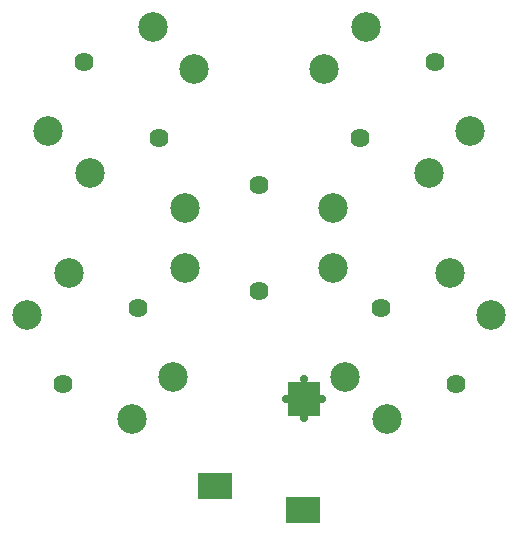
<source format=gts>
G04*
G04 #@! TF.GenerationSoftware,Altium Limited,Altium Designer,23.8.1 (32)*
G04*
G04 Layer_Color=8388736*
%FSLAX26Y26*%
%MOIN*%
G70*
G04*
G04 #@! TF.SameCoordinates,C2A49AF8-9E88-4C2C-BBB5-2A61B6A386C2*
G04*
G04*
G04 #@! TF.FilePolarity,Negative*
G04*
G01*
G75*
%ADD13R,0.114173X0.090551*%
%ADD14R,0.106299X0.114173*%
%ADD15C,0.098425*%
%ADD16C,0.063937*%
%ADD17C,0.003937*%
%ADD18C,0.027937*%
D13*
X-145669Y-826772D02*
D03*
X145669Y-905512D02*
D03*
D14*
X149606Y-535433D02*
D03*
D15*
X773590Y-255604D02*
D03*
X634396Y-116410D02*
D03*
X425604Y-603590D02*
D03*
X286410Y-464396D02*
D03*
X-634396Y-116410D02*
D03*
X-773590Y-255604D02*
D03*
X-286410Y-464396D02*
D03*
X-425604Y-603590D02*
D03*
X-216410Y564396D02*
D03*
X-355604Y703590D02*
D03*
X-564396Y216410D02*
D03*
X-703590Y355604D02*
D03*
X355604Y703590D02*
D03*
X216410Y564396D02*
D03*
X703590Y355604D02*
D03*
X564396Y216410D02*
D03*
X246063Y-98425D02*
D03*
Y98425D02*
D03*
X-246063Y-98425D02*
D03*
Y98425D02*
D03*
D16*
X655275Y-485275D02*
D03*
X404725Y-234725D02*
D03*
X-404725Y-234725D02*
D03*
X-655275Y-485275D02*
D03*
X-334725Y334725D02*
D03*
X-585275Y585275D02*
D03*
X585275Y585275D02*
D03*
X334725Y334725D02*
D03*
X0Y-177165D02*
D03*
Y177166D02*
D03*
D17*
Y-862205D02*
D03*
Y-586614D02*
D03*
D18*
X209213Y-535433D02*
D03*
X90000D02*
D03*
X149606Y-470866D02*
D03*
Y-600000D02*
D03*
M02*

</source>
